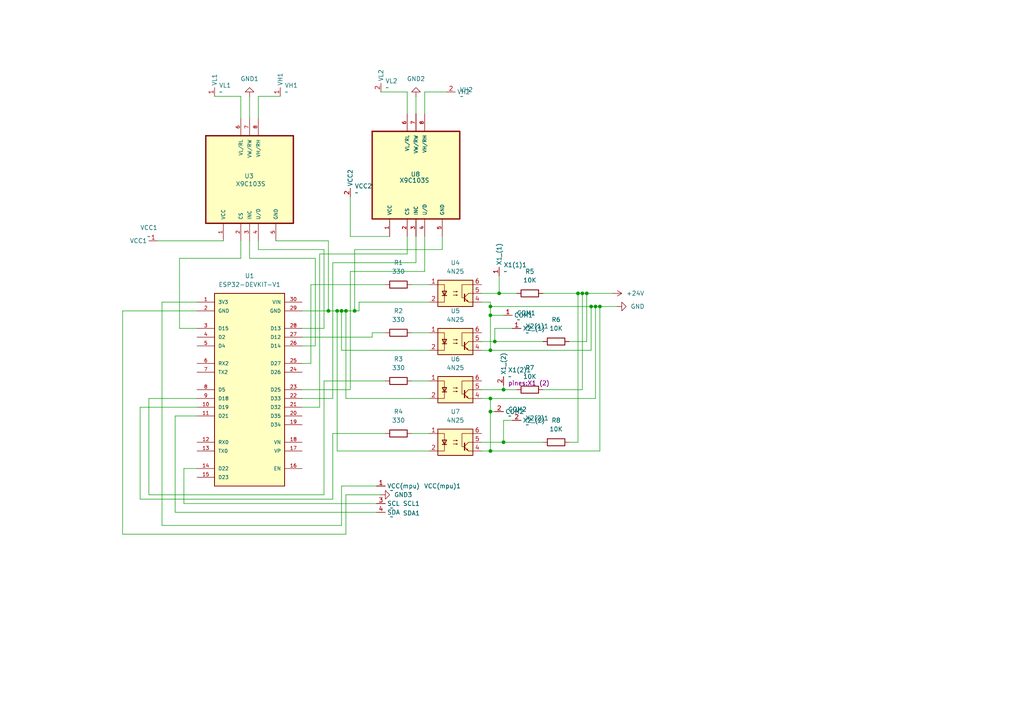
<source format=kicad_sch>
(kicad_sch (version 20231120) (generator "eeschema") (generator_version "8.0")
  (paper "A4")
  (lib_symbols
    (symbol "Device:R" (pin_numbers hide) (pin_names (offset 0))
      (property "Reference" "R" (at 2.032 0 90))
      (property "Value" "R" (at 0 0 90))
      (symbol "R_0_1"
        (rectangle (start -1.016 -2.54) (end 1.016 2.54) (stroke (width 0.254)))
      )
      (symbol "R_1_1"
        (pin passive line (at 0 3.81 270) (length 1.27) (name "~") (number "1"))
        (pin passive line (at 0 -3.81 90) (length 1.27) (name "~") (number "2"))
      )
    )
    (symbol "ESP32-DEVKIT-V1:ESP32-DEVKIT-V1" (pin_names (offset 1.016))
      (property "Reference" "U" (at -10.16 30.48 0))
      (property "Value" "ESP32-DEVKIT-V1" (at -10.16 -30.48 0))
      (symbol "ESP32-DEVKIT-V1_0_0"
        (rectangle (start -10.16 -27.94) (end 10.16 27.94) (stroke (width 0.254)) (fill (type background)))
        (pin output line (at -15.24 25.4 0) (length 5.08) (name "3V3") (number "1"))
        (pin bidirectional line (at -15.24 -5.08 0) (length 5.08) (name "D19") (number "10"))
        (pin bidirectional line (at -15.24 -7.62 0) (length 5.08) (name "D21") (number "11"))
        (pin input line (at -15.24 -15.24 0) (length 5.08) (name "RX0") (number "12"))
        (pin output line (at -15.24 -17.78 0) (length 5.08) (name "TX0") (number "13"))
        (pin bidirectional line (at -15.24 -22.86 0) (length 5.08) (name "D22") (number "14"))
        (pin bidirectional line (at -15.24 -25.4 0) (length 5.08) (name "D23") (number "15"))
        (pin input line (at 15.24 -22.86 180) (length 5.08) (name "EN") (number "16"))
        (pin bidirectional line (at 15.24 -17.78 180) (length 5.08) (name "VP") (number "17"))
        (pin bidirectional line (at 15.24 -15.24 180) (length 5.08) (name "VN") (number "18"))
        (pin bidirectional line (at 15.24 -10.16 180) (length 5.08) (name "D34") (number "19"))
        (pin power_in line (at -15.24 22.86 0) (length 5.08) (name "GND") (number "2"))
        (pin bidirectional line (at 15.24 -7.62 180) (length 5.08) (name "D35") (number "20"))
        (pin bidirectional line (at 15.24 -5.08 180) (length 5.08) (name "D32") (number "21"))
        (pin bidirectional line (at 15.24 -2.54 180) (length 5.08) (name "D33") (number "22"))
        (pin bidirectional line (at 15.24 0 180) (length 5.08) (name "D25") (number "23"))
        (pin bidirectional line (at 15.24 5.08 180) (length 5.08) (name "D26") (number "24"))
        (pin bidirectional line (at 15.24 7.62 180) (length 5.08) (name "D27") (number "25"))
        (pin bidirectional line (at 15.24 12.7 180) (length 5.08) (name "D14") (number "26"))
        (pin bidirectional line (at 15.24 15.24 180) (length 5.08) (name "D12") (number "27"))
        (pin bidirectional line (at 15.24 17.78 180) (length 5.08) (name "D13") (number "28"))
        (pin power_in line (at 15.24 22.86 180) (length 5.08) (name "GND") (number "29"))
        (pin bidirectional line (at -15.24 17.78 0) (length 5.08) (name "D15") (number "3"))
        (pin input line (at 15.24 25.4 180) (length 5.08) (name "VIN") (number "30"))
        (pin bidirectional line (at -15.24 15.24 0) (length 5.08) (name "D2") (number "4"))
        (pin bidirectional line (at -15.24 12.7 0) (length 5.08) (name "D4") (number "5"))
        (pin input line (at -15.24 7.62 0) (length 5.08) (name "RX2") (number "6"))
        (pin output line (at -15.24 5.08 0) (length 5.08) (name "TX2") (number "7"))
        (pin bidirectional line (at -15.24 0 0) (length 5.08) (name "D5") (number "8"))
        (pin bidirectional line (at -15.24 -2.54 0) (length 5.08) (name "D18") (number "9"))
      )
    )
    (symbol "Isolator:4N25" (pin_names (offset 1.016))
      (property "Reference" "U" (at -5.08 5.08 0))
      (property "Value" "4N25" (at 0 5.08 0))
      (symbol "4N25_0_1"
        (rectangle (start -5.08 3.81) (end 5.08 -3.81) (stroke (width 0.254)) (fill (type background)))
        (polyline (pts (xy -3.81 -0.635) (xy -2.54 -0.635)) (stroke (width 0.254)))
        (polyline (pts (xy 2.667 -1.397) (xy 3.81 -2.54)))
        (polyline (pts (xy 2.667 -1.143) (xy 3.81 0)))
        (polyline (pts (xy 3.81 -2.54) (xy 5.08 -2.54)))
        (polyline (pts (xy 3.81 0) (xy 5.08 0)))
        (polyline (pts (xy 2.667 -0.254) (xy 2.667 -2.286) (xy 2.667 -2.286)) (stroke (width 0.3556)))
        (polyline (pts (xy -5.08 -2.54) (xy -3.175 -2.54) (xy -3.175 2.54) (xy -5.08 2.54)))
        (polyline (pts (xy -3.175 -0.635) (xy -3.81 0.635) (xy -2.54 0.635) (xy -3.175 -0.635)) (stroke (width 0.254)))
        (polyline (pts (xy 3.683 -2.413) (xy 3.429 -1.905) (xy 3.175 -2.159) (xy 3.683 -2.413)))
        (polyline (pts (xy 5.08 2.54) (xy 1.905 2.54) (xy 1.905 -1.27) (xy 2.54 -1.27)))
        (polyline (pts (xy -0.635 -0.508) (xy 0.635 -0.508) (xy 0.254 -0.635) (xy 0.254 -0.381) (xy 0.635 -0.508)))
        (polyline (pts (xy -0.635 0.508) (xy 0.635 0.508) (xy 0.254 0.381) (xy 0.254 0.635) (xy 0.635 0.508)))
      )
      (symbol "4N25_1_1"
        (pin passive line (at -7.62 2.54 0) (length 2.54) (name "~") (number "1"))
        (pin passive line (at -7.62 -2.54 0) (length 2.54) (name "~") (number "2"))
        (pin no_connect line (at -5.08 0 0) (length 2.54) hide (name "NC") (number "3"))
        (pin passive line (at 7.62 -2.54 180) (length 2.54) (name "~") (number "4"))
        (pin passive line (at 7.62 0 180) (length 2.54) (name "~") (number "5"))
        (pin passive line (at 7.62 2.54 180) (length 2.54) (name "~") (number "6"))
      )
    )
    (symbol "X9C103S:X9C103S" (pin_names (offset 1.016))
      (property "Reference" "U" (at -4.572 8.382 0))
      (property "Value" "X9C103S" (at -4.4317 -20.4775 0))
      (symbol "X9C103S_0_0"
        (rectangle (start -12.7 -15.24) (end 12.7 10.16) (stroke (width 0.4064)) (fill (type background)))
      )
      (symbol "X9C103S_1_0"
        (pin power_in line (at -17.78 5.08 0) (length 5.08) (name "VCC") (number "1"))
        (pin input line (at -17.78 0 0) (length 5.08) (name "CS") (number "2"))
        (pin input line (at -17.78 -2.54 0) (length 5.08) (name "INC") (number "3"))
        (pin input line (at -17.78 -5.08 0) (length 5.08) (name "U/D") (number "4"))
        (pin power_in line (at -17.78 -10.16 0) (length 5.08) (name "GND") (number "5"))
        (pin passive line (at 17.78 0 180) (length 5.08) (name "VL/RL") (number "6"))
        (pin passive line (at 17.78 -2.54 180) (length 5.08) (name "VW/RW") (number "7"))
        (pin passive line (at 17.78 -5.08 180) (length 5.08) (name "VH/RH") (number "8"))
      )
    )
    (symbol "X9C103S_1" (pin_names (offset 1.016))
      (property "Reference" "U" (at -4.572 8.382 0))
      (property "Value" "X9C103S" (at -4.4317 -20.4775 0))
      (symbol "X9C103S_1_0_0"
        (rectangle (start -12.7 -15.24) (end 12.7 10.16) (stroke (width 0.4064)) (fill (type background)))
      )
      (symbol "X9C103S_1_1_0"
        (pin power_in line (at -17.78 5.08 0) (length 5.08) (name "VCC") (number "1"))
        (pin input line (at -17.78 0 0) (length 5.08) (name "CS") (number "2"))
        (pin input line (at -17.78 -2.54 0) (length 5.08) (name "INC") (number "3"))
        (pin input line (at -17.78 -5.08 0) (length 5.08) (name "U/D") (number "4"))
        (pin power_in line (at -17.78 -10.16 0) (length 5.08) (name "GND") (number "5"))
        (pin passive line (at 17.78 0 180) (length 5.08) (name "VL/RL") (number "6"))
        (pin passive line (at 17.78 -2.54 180) (length 5.08) (name "VW/RW") (number "7"))
        (pin passive line (at 17.78 -5.08 180) (length 5.08) (name "VH/RH") (number "8"))
      )
    )
    (symbol "pines:COM1"
      (property "Reference" "COM1" (at 0 0 0))
      (symbol "COM1_1_1"
        (pin input line (at -1.27 -2.54 0) (length 2.54) (name "COM1") (number "1"))
      )
    )
    (symbol "pines:COM2"
      (property "Reference" "COM2" (at 0 0 0))
      (symbol "COM2_1_1"
        (pin input line (at -1.27 -2.54 0) (length 2.54) (name "COM2") (number "2"))
      )
    )
    (symbol "pines:SCL"
      (property "Reference" "SCL" (at 0 0 0))
      (symbol "SCL_1_1"
        (pin input line (at 0 -2.54 0) (length 2.54) (name "SCL") (number "3"))
      )
    )
    (symbol "pines:SDA"
      (property "Reference" "SDA" (at 0 0.762 0))
      (symbol "SDA_1_1"
        (pin input line (at -1.27 -1.27 0) (length 2.54) (name "SDA") (number "4"))
      )
    )
    (symbol "pines:VCC1"
      (property "Reference" "VCC1" (at 0 0 0))
      (symbol "VCC1_1_1"
        (pin input line (at -1.27 -2.54 0) (length 2.54) (name "VCC1") (number "1"))
      )
    )
    (symbol "pines:VCC2"
      (property "Reference" "VCC2" (at 0 0 0))
      (symbol "VCC2_1_1"
        (pin input line (at -1.27 -2.54 0) (length 2.54) (name "VCC2") (number "2"))
      )
    )
    (symbol "pines:VH1"
      (property "Reference" "VH1" (at 0 0 0))
      (symbol "VH1_1_1"
        (pin input line (at -1.27 -2.54 0) (length 2.54) (name "VH1") (number "1"))
      )
    )
    (symbol "pines:VH2"
      (property "Reference" "VH2" (at 0 0 0))
      (symbol "VH2_1_1"
        (pin input line (at -1.27 -2.54 0) (length 2.54) (name "VH2") (number "2"))
      )
    )
    (symbol "pines:VL1"
      (property "Reference" "VL1" (at 0 0 0))
      (symbol "VL1_1_1"
        (pin input line (at -1.27 -2.54 0) (length 2.54) (name "VL1") (number "1"))
      )
    )
    (symbol "pines:VL2"
      (property "Reference" "VL2" (at 0 0 0))
      (symbol "VL2_1_1"
        (pin input line (at -1.27 -2.54 0) (length 2.54) (name "VL2") (number "2"))
      )
    )
    (symbol "pines:X1_(1)"
      (property "Reference" "X1(1)" (at 0 0 0))
      (symbol "X1_(1)_1_1"
        (pin input line (at -1.27 -2.54 0) (length 2.54) (name "X1_(1)") (number "1"))
      )
    )
    (symbol "pines:X1_(2)"
      (property "Reference" "X1(2)" (at 0 0 0))
      (property "Footprint" "pines:X1 (2)" (at 0 0 0))
      (symbol "X1_(2)_1_1"
        (pin input line (at -1.27 -2.54 0) (length 2.54) (name "X1_(2)") (number "2"))
      )
    )
    (symbol "pines:X2_(1)"
      (property "Reference" "X2(1)" (at 0 0 0))
      (symbol "X2_(1)_1_1"
        (pin input line (at -1.27 -2.54 0) (length 2.54) (name "X2_(1)") (number "1"))
      )
    )
    (symbol "pines:X2_(2)"
      (property "Reference" "X2(2)" (at 0 0 0))
      (symbol "X2_(2)_1_1"
        (pin input line (at -1.27 -2.54 0) (length 2.54) (name "X2_(2)") (number "2"))
      )
    )
    (symbol "pines:vcc_(mpu)"
      (property "Reference" "VCC(mpu)" (at 0 0 0))
      (symbol "vcc_(mpu)_1_1"
        (pin input line (at -1.27 -2.54 0) (length 2.54) (name "VCC(mpu)") (number "1"))
      )
    )
    (symbol "power:+24V" (power) (pin_numbers hide) (pin_names (offset 0) hide)
      (property "Value" "+24V" (at 0 3.556 0))
      (symbol "+24V_0_1"
        (polyline (pts (xy -0.762 1.27) (xy 0 2.54)))
        (polyline (pts (xy 0 0) (xy 0 2.54)))
        (polyline (pts (xy 0 2.54) (xy 0.762 1.27)))
      )
      (symbol "+24V_1_1"
        (pin power_in line (at 0 0 90) (length 0) (name "~") (number "1"))
      )
    )
    (symbol "power:GND" (power) (pin_numbers hide) (pin_names (offset 0) hide)
      (property "Value" "GND" (at 0 -3.81 0))
      (symbol "GND_0_1"
        (polyline (pts (xy 0 0) (xy 0 -1.27) (xy 1.27 -1.27) (xy 0 -2.54) (xy -1.27 -1.27) (xy 0 -1.27)))
      )
      (symbol "GND_1_1"
        (pin power_in line (at 0 0 270) (length 0) (name "~") (number "1"))
      )
    )
    (symbol "power:GND1" (power) (pin_numbers hide) (pin_names (offset 0) hide)
      (property "Value" "GND1" (at 0 -3.81 0))
      (symbol "GND1_0_1"
        (polyline (pts (xy 0 0) (xy 0 -1.27) (xy 1.27 -1.27) (xy 0 -2.54) (xy -1.27 -1.27) (xy 0 -1.27)))
      )
      (symbol "GND1_1_1"
        (pin power_in line (at 0 0 270) (length 0) (name "~") (number "1"))
      )
    )
    (symbol "power:GND2" (power) (pin_numbers hide) (pin_names (offset 0) hide)
      (property "Value" "GND2" (at 0 -3.81 0))
      (symbol "GND2_0_1"
        (polyline (pts (xy 0 0) (xy 0 -1.27) (xy 1.27 -1.27) (xy 0 -2.54) (xy -1.27 -1.27) (xy 0 -1.27)))
      )
      (symbol "GND2_1_1"
        (pin power_in line (at 0 0 270) (length 0) (name "~") (number "1"))
      )
    )
    (symbol "power:GND3" (power) (pin_numbers hide) (pin_names (offset 0) hide)
      (property "Value" "GND3" (at 0 -3.81 0))
      (symbol "GND3_0_1"
        (polyline (pts (xy 0 0) (xy 0 -1.27) (xy 1.27 -1.27) (xy 0 -2.54) (xy -1.27 -1.27) (xy 0 -1.27)))
      )
      (symbol "GND3_1_1"
        (pin power_in line (at 0 0 270) (length 0) (name "~") (number "1"))
      )
    )
  )
  (junction (at 97.79 90.17))
  (junction (at 95.25 90.17))
  (junction (at 142.24 119.38))
  (junction (at 144.78 85.09))
  (junction (at 168.91 85.09))
  (junction (at 100.33 90.17))
  (junction (at 171.45 88.9))
  (junction (at 142.24 101.6))
  (junction (at 142.24 115.57))
  (junction (at 142.24 91.44))
  (junction (at 146.05 113.03))
  (junction (at 173.99 88.9))
  (junction (at 99.06 90.17))
  (junction (at 167.64 85.09))
  (junction (at 102.87 90.17))
  (junction (at 142.24 88.9))
  (junction (at 170.18 85.09))
  (junction (at 146.05 128.27))
  (junction (at 172.72 88.9))
  (junction (at 142.24 130.81))
  (junction (at 143.51 99.06))
  (wire (pts (xy 57.15 135.89) (xy 53.34 135.89)))
  (wire (pts (xy 40.64 144.78) (xy 40.64 118.11)))
  (wire (pts (xy 172.72 115.57) (xy 172.72 88.9)))
  (wire (pts (xy 69.85 34.29) (xy 69.85 27.94)))
  (wire (pts (xy 53.34 146.05) (xy 109.22 146.05)))
  (wire (pts (xy 142.24 88.9) (xy 142.24 91.44)))
  (wire (pts (xy 139.7 87.63) (xy 142.24 87.63)))
  (wire (pts (xy 35.56 154.94) (xy 100.33 154.94)))
  (wire (pts (xy 107.95 96.52) (xy 111.76 96.52)))
  (wire (pts (xy 52.07 95.25) (xy 52.07 74.93)))
  (wire (pts (xy 87.63 97.79) (xy 107.95 97.79)))
  (wire (pts (xy 172.72 88.9) (xy 173.99 88.9)))
  (wire (pts (xy 100.33 143.51) (xy 100.33 154.94)))
  (wire (pts (xy 93.98 110.49) (xy 93.98 143.51)))
  (wire (pts (xy 100.33 115.57) (xy 100.33 90.17)))
  (wire (pts (xy 93.98 143.51) (xy 43.18 143.51)))
  (wire (pts (xy 96.52 76.2) (xy 120.65 76.2)))
  (wire (pts (xy 104.14 87.63) (xy 124.46 87.63)))
  (wire (pts (xy 170.18 99.06) (xy 170.18 85.09)))
  (wire (pts (xy 107.95 97.79) (xy 107.95 96.52)))
  (wire (pts (xy 139.7 101.6) (xy 142.24 101.6)))
  (wire (pts (xy 52.07 74.93) (xy 69.85 74.93)))
  (wire (pts (xy 113.03 68.58) (xy 101.6 68.58)))
  (wire (pts (xy 168.91 113.03) (xy 168.91 85.09)))
  (wire (pts (xy 101.6 113.03) (xy 101.6 78.74)))
  (wire (pts (xy 87.63 95.25) (xy 93.98 95.25)))
  (wire (pts (xy 173.99 88.9) (xy 179.07 88.9)))
  (wire (pts (xy 173.99 88.9) (xy 173.99 130.81)))
  (wire (pts (xy 146.05 113.03) (xy 146.05 111.76)))
  (wire (pts (xy 101.6 78.74) (xy 123.19 78.74)))
  (wire (pts (xy 87.63 115.57) (xy 96.52 115.57)))
  (wire (pts (xy 35.56 154.94) (xy 35.56 90.17)))
  (wire (pts (xy 92.71 118.11) (xy 92.71 73.66)))
  (wire (pts (xy 157.48 85.09) (xy 167.64 85.09)))
  (wire (pts (xy 40.64 118.11) (xy 57.15 118.11)))
  (wire (pts (xy 128.27 68.58) (xy 128.27 72.39)))
  (wire (pts (xy 119.38 125.73) (xy 124.46 125.73)))
  (wire (pts (xy 102.87 90.17) (xy 104.14 90.17)))
  (wire (pts (xy 92.71 73.66) (xy 118.11 73.66)))
  (wire (pts (xy 146.05 121.92) (xy 148.59 121.92)))
  (wire (pts (xy 109.22 140.97) (xy 99.06 140.97)))
  (wire (pts (xy 87.63 113.03) (xy 101.6 113.03)))
  (wire (pts (xy 46.99 87.63) (xy 57.15 87.63)))
  (wire (pts (xy 74.93 69.85) (xy 74.93 72.39)))
  (wire (pts (xy 96.52 125.73) (xy 96.52 144.78)))
  (wire (pts (xy 142.24 115.57) (xy 142.24 119.38)))
  (wire (pts (xy 111.76 110.49) (xy 93.98 110.49)))
  (wire (pts (xy 165.1 99.06) (xy 170.18 99.06)))
  (wire (pts (xy 123.19 33.02) (xy 123.19 26.67)))
  (wire (pts (xy 91.44 100.33) (xy 91.44 74.93)))
  (wire (pts (xy 123.19 26.67) (xy 129.54 26.67)))
  (wire (pts (xy 144.78 85.09) (xy 144.78 80.01)))
  (wire (pts (xy 142.24 119.38) (xy 143.51 119.38)))
  (wire (pts (xy 142.24 87.63) (xy 142.24 88.9)))
  (wire (pts (xy 87.63 100.33) (xy 91.44 100.33)))
  (wire (pts (xy 142.24 91.44) (xy 146.05 91.44)))
  (wire (pts (xy 143.51 99.06) (xy 157.48 99.06)))
  (wire (pts (xy 171.45 88.9) (xy 171.45 101.6)))
  (wire (pts (xy 50.8 120.65) (xy 50.8 148.59)))
  (wire (pts (xy 45.72 69.85) (xy 64.77 69.85)))
  (wire (pts (xy 69.85 27.94) (xy 62.23 27.94)))
  (wire (pts (xy 96.52 115.57) (xy 96.52 76.2)))
  (wire (pts (xy 146.05 128.27) (xy 146.05 121.92)))
  (wire (pts (xy 111.76 125.73) (xy 96.52 125.73)))
  (wire (pts (xy 46.99 152.4) (xy 46.99 87.63)))
  (wire (pts (xy 87.63 90.17) (xy 95.25 90.17)))
  (wire (pts (xy 146.05 128.27) (xy 157.48 128.27)))
  (wire (pts (xy 142.24 88.9) (xy 171.45 88.9)))
  (wire (pts (xy 93.98 72.39) (xy 74.93 72.39)))
  (wire (pts (xy 96.52 144.78) (xy 40.64 144.78)))
  (wire (pts (xy 50.8 148.59) (xy 109.22 148.59)))
  (wire (pts (xy 119.38 96.52) (xy 124.46 96.52)))
  (wire (pts (xy 99.06 90.17) (xy 100.33 90.17)))
  (wire (pts (xy 170.18 85.09) (xy 177.8 85.09)))
  (wire (pts (xy 95.25 90.17) (xy 97.79 90.17)))
  (wire (pts (xy 95.25 69.85) (xy 95.25 90.17)))
  (wire (pts (xy 124.46 101.6) (xy 99.06 101.6)))
  (wire (pts (xy 69.85 74.93) (xy 69.85 69.85)))
  (wire (pts (xy 57.15 95.25) (xy 52.07 95.25)))
  (wire (pts (xy 139.7 85.09) (xy 144.78 85.09)))
  (wire (pts (xy 171.45 88.9) (xy 172.72 88.9)))
  (wire (pts (xy 119.38 82.55) (xy 124.46 82.55)))
  (wire (pts (xy 139.7 113.03) (xy 146.05 113.03)))
  (wire (pts (xy 91.44 74.93) (xy 72.39 74.93)))
  (wire (pts (xy 165.1 128.27) (xy 167.64 128.27)))
  (wire (pts (xy 43.18 143.51) (xy 43.18 115.57)))
  (wire (pts (xy 139.7 128.27) (xy 146.05 128.27)))
  (wire (pts (xy 100.33 90.17) (xy 102.87 90.17)))
  (wire (pts (xy 43.18 115.57) (xy 57.15 115.57)))
  (wire (pts (xy 118.11 33.02) (xy 118.11 26.67)))
  (wire (pts (xy 93.98 95.25) (xy 93.98 72.39)))
  (wire (pts (xy 119.38 110.49) (xy 124.46 110.49)))
  (wire (pts (xy 90.17 105.41) (xy 87.63 105.41)))
  (wire (pts (xy 97.79 130.81) (xy 97.79 90.17)))
  (wire (pts (xy 168.91 85.09) (xy 170.18 85.09)))
  (wire (pts (xy 57.15 120.65) (xy 50.8 120.65)))
  (wire (pts (xy 80.01 69.85) (xy 95.25 69.85)))
  (wire (pts (xy 72.39 27.94) (xy 72.39 34.29)))
  (wire (pts (xy 87.63 118.11) (xy 92.71 118.11)))
  (wire (pts (xy 144.78 85.09) (xy 149.86 85.09)))
  (wire (pts (xy 142.24 115.57) (xy 172.72 115.57)))
  (wire (pts (xy 167.64 128.27) (xy 167.64 85.09)))
  (wire (pts (xy 139.7 115.57) (xy 142.24 115.57)))
  (wire (pts (xy 157.48 113.03) (xy 168.91 113.03)))
  (wire (pts (xy 118.11 73.66) (xy 118.11 68.58)))
  (wire (pts (xy 101.6 68.58) (xy 101.6 57.15)))
  (wire (pts (xy 142.24 91.44) (xy 142.24 101.6)))
  (wire (pts (xy 128.27 72.39) (xy 102.87 72.39)))
  (wire (pts (xy 143.51 99.06) (xy 143.51 95.25)))
  (wire (pts (xy 142.24 130.81) (xy 173.99 130.81)))
  (wire (pts (xy 142.24 101.6) (xy 171.45 101.6)))
  (wire (pts (xy 139.7 99.06) (xy 143.51 99.06)))
  (wire (pts (xy 124.46 130.81) (xy 97.79 130.81)))
  (wire (pts (xy 72.39 74.93) (xy 72.39 69.85)))
  (wire (pts (xy 111.76 82.55) (xy 90.17 82.55)))
  (wire (pts (xy 123.19 78.74) (xy 123.19 68.58)))
  (wire (pts (xy 99.06 140.97) (xy 99.06 152.4)))
  (wire (pts (xy 100.33 143.51) (xy 110.49 143.51)))
  (wire (pts (xy 139.7 130.81) (xy 142.24 130.81)))
  (wire (pts (xy 102.87 72.39) (xy 102.87 90.17)))
  (wire (pts (xy 46.99 152.4) (xy 99.06 152.4)))
  (wire (pts (xy 53.34 135.89) (xy 53.34 146.05)))
  (wire (pts (xy 74.93 34.29) (xy 74.93 27.94)))
  (wire (pts (xy 120.65 27.94) (xy 120.65 33.02)))
  (wire (pts (xy 120.65 76.2) (xy 120.65 68.58)))
  (wire (pts (xy 74.93 27.94) (xy 81.28 27.94)))
  (wire (pts (xy 142.24 119.38) (xy 142.24 130.81)))
  (wire (pts (xy 124.46 115.57) (xy 100.33 115.57)))
  (wire (pts (xy 104.14 90.17) (xy 104.14 87.63)))
  (wire (pts (xy 167.64 85.09) (xy 168.91 85.09)))
  (wire (pts (xy 118.11 26.67) (xy 110.49 26.67)))
  (wire (pts (xy 146.05 113.03) (xy 149.86 113.03)))
  (wire (pts (xy 97.79 90.17) (xy 99.06 90.17)))
  (wire (pts (xy 143.51 95.25) (xy 148.59 95.25)))
  (wire (pts (xy 35.56 90.17) (xy 57.15 90.17)))
  (wire (pts (xy 90.17 82.55) (xy 90.17 105.41)))
  (wire (pts (xy 99.06 90.17) (xy 99.06 101.6)))
  (symbol (lib_id "pines:VL2") (at 107.95 25.4 90) (unit 1)
    (property "Reference" "VL2" (at 111.76 23.4949 90) (effects (justify right)))
    (property "Value" "~" (at 111.76 25.4 90) (effects (justify right)))
    (property "Footprint" "pines:VL2" (effects (hide yes)))
  )
  (symbol (lib_id "pines:X1_(1)") (at 142.24 78.74 90) (unit 1)
    (property "Reference" "X1(1)1" (at 146.05 76.8349 90) (effects (justify right)))
    (property "Value" "~" (at 146.05 78.74 90) (effects (justify right)))
    (property "Footprint" "pines:X1 (1)" (effects (hide yes)))
  )
  (symbol (lib_id "pines:X2_(2)") (at 149.86 119.38 0) (unit 1)
    (property "Reference" "X2(2)1" (at 152.4 121.2849 0) (effects (justify left)))
    (property "Value" "~" (at 152.4 123.19 0) (effects (justify left)))
    (property "Footprint" "pines:X2 (2)" (effects (hide yes)))
  )
  (symbol (lib_id "power:+24V") (at 177.8 85.09 270) (unit 1)
    (property "Reference" "#PWR03" (effects (hide yes)))
    (property "Value" "+24V" (at 181.61 85.0899 90) (effects (justify left)))
    (property "Description" "Power symbol creates a global label with name \"+24V\"" (effects (hide yes)))
  )
  (symbol (lib_id "pines:VH2") (at 130.81 24.13 0) (unit 1)
    (property "Reference" "VH2" (at 133.35 26.0349 0) (effects (justify left)))
    (property "Value" "~" (at 133.35 27.94 0) (effects (justify left)))
    (property "Footprint" "pines:VH2" (effects (hide yes)))
  )
  (symbol (lib_id "Device:R") (at 153.67 85.09 90) (unit 1)
    (property "Reference" "R5" (at 153.67 78.74 90))
    (property "Value" "10K" (at 153.67 81.28 90))
    (property "Footprint" "Resistor_THT:R_Axial_DIN0309_L9.0mm_D3.2mm_P12.70mm_Horizontal" (effects (hide yes)))
    (property "Description" "Resistor" (effects (hide yes)))
  )
  (symbol (lib_id "Device:R") (at 115.57 110.49 90) (unit 1)
    (property "Reference" "R3" (at 115.57 104.14 90))
    (property "Value" "330" (at 115.57 106.68 90))
    (property "Footprint" "Resistor_THT:R_Axial_DIN0309_L9.0mm_D3.2mm_P12.70mm_Horizontal" (effects (hide yes)))
    (property "Description" "Resistor" (effects (hide yes)))
  )
  (symbol (lib_id "Isolator:4N25") (at 132.08 113.03 0) (unit 1)
    (property "Reference" "U6" (at 132.08 104.14 0))
    (property "Value" "4N25" (at 132.08 106.68 0))
    (property "Footprint" "Package_DIP:DIP-6_W7.62mm" (effects (hide yes)))
    (property "Datasheet" "https://www.vishay.com/docs/83725/4n25.pdf" (effects (hide yes)))
    (property "Description" "DC Optocoupler Base Connected, Vce 30V, CTR 20%, Viso 2500V, DIP6" (effects (hide yes)))
  )
  (symbol (lib_id "pines:COM1") (at 147.32 88.9 0) (unit 1)
    (property "Reference" "COM1" (at 149.86 90.8049 0) (effects (justify left)))
    (property "Value" "~" (at 149.86 92.71 0) (effects (justify left)))
    (property "Footprint" "pines:COM1" (effects (hide yes)))
  )
  (symbol (lib_id "pines:VCC1") (at 44.45 72.39 180) (unit 1)
    (property "Reference" "VCC1" (at 43.18 66.04 0))
    (property "Value" "~" (at 43.18 68.58 0))
    (property "Footprint" "pines:VCC1" (effects (hide yes)))
  )
  (symbol (lib_id "power:GND1") (at 72.39 27.94 180) (unit 1)
    (property "Reference" "#PWR01" (effects (hide yes)))
    (property "Value" "GND1" (at 72.39 22.86 0))
    (property "Description" "Power symbol creates a global label with name \"GND1\" , ground" (effects (hide yes)))
  )
  (symbol (lib_id "Device:R") (at 161.29 128.27 90) (unit 1)
    (property "Reference" "R8" (at 161.29 121.92 90))
    (property "Value" "10K" (at 161.29 124.46 90))
    (property "Footprint" "Resistor_THT:R_Axial_DIN0309_L9.0mm_D3.2mm_P12.70mm_Horizontal" (effects (hide yes)))
    (property "Description" "Resistor" (effects (hide yes)))
  )
  (symbol (lib_id "Device:R") (at 161.29 99.06 90) (unit 1)
    (property "Reference" "R6" (at 161.29 92.71 90))
    (property "Value" "10K" (at 161.29 95.25 90))
    (property "Footprint" "Resistor_THT:R_Axial_DIN0309_L9.0mm_D3.2mm_P12.70mm_Horizontal" (effects (hide yes)))
    (property "Description" "Resistor" (effects (hide yes)))
  )
  (symbol (lib_id "Device:R") (at 153.67 113.03 90) (unit 1)
    (property "Reference" "R7" (at 153.67 106.68 90))
    (property "Value" "10K" (at 153.67 109.22 90))
    (property "Footprint" "Resistor_THT:R_Axial_DIN0309_L9.0mm_D3.2mm_P12.70mm_Horizontal" (effects (hide yes)))
    (property "Description" "Resistor" (effects (hide yes)))
  )
  (symbol (lib_id "pines:COM2") (at 144.78 116.84 0) (unit 1)
    (property "Reference" "COM2" (at 147.32 118.7449 0) (effects (justify left)))
    (property "Value" "~" (at 147.32 120.65 0) (effects (justify left)))
    (property "Footprint" "pines:COM2" (effects (hide yes)))
  )
  (symbol (lib_id "X9C103S:X9C103S") (at 118.11 50.8 90) (unit 1)
    (property "Reference" "U8" (at 119.126 50.546 90) (effects (justify right)))
    (property "Value" "X9C103S" (at 115.824 52.324 90) (effects (justify right)))
    (property "Footprint" "potenciometro x9c103s:Potenciometro X9C103S" (effects (hide yes)))
    (property "MF" "Renesas Electronics" (effects (hide yes)))
    (property "Description_1" "\n                        \n                            Digital Potentiometer 10k Ohm 1 Circuit 100 Taps Up/Down (U/D, INC, CS) Interface 8-SOIC\n                        \n" (effects (hide yes)))
    (property "PACKAGE" "SOIC-8" (effects (hide yes)))
    (property "MPN" "X9C103S" (effects (hide yes)))
    (property "Price" "None" (effects (hide yes)))
    (property "Package" "SOIC-8 Intersil" (effects (hide yes)))
    (property "OC_FARNELL" "1131420" (effects (hide yes)))
    (property "SnapEDA_Link" "https://www.snapeda.com/parts/X9C103S/Renesas+Electronics+America+Inc./view-part/?ref=snap" (effects (hide yes)))
    (property "MP" "X9C103S" (effects (hide yes)))
    (property "SUPPLIER" "Intersil" (effects (hide yes)))
    (property "OC_NEWARK" "79K8953" (effects (hide yes)))
    (property "Availability" "In Stock" (effects (hide yes)))
    (property "Check_prices" "https://www.snapeda.com/parts/X9C103S/Renesas+Electronics+America+Inc./view-part/?ref=eda" (effects (hide yes)))
  )
  (symbol (lib_id "pines:SCL") (at 109.22 143.51 0) (unit 1)
    (property "Reference" "SCL1" (at 116.84 146.05 0) (effects (justify left)))
    (property "Value" "~" (at 113.03 147.32 0) (effects (justify left)))
    (property "Footprint" "pines:SCL" (effects (hide yes)))
  )
  (symbol (lib_name "X9C103S_1") (lib_id "X9C103S:X9C103S") (at 69.85 52.07 90) (unit 1)
    (property "Reference" "U3" (at 70.866 51.054 90) (effects (justify right)))
    (property "Value" "X9C103S" (at 68.326 53.34 90) (effects (justify right)))
    (property "Footprint" "potenciometro x9c103s:Potenciometro X9C103S" (effects (hide yes)))
    (property "MF" "Renesas Electronics" (effects (hide yes)))
    (property "Description_1" "\n                        \n                            Digital Potentiometer 10k Ohm 1 Circuit 100 Taps Up/Down (U/D, INC, CS) Interface 8-SOIC\n                        \n" (effects (hide yes)))
    (property "PACKAGE" "SOIC-8" (effects (hide yes)))
    (property "MPN" "X9C103S" (effects (hide yes)))
    (property "Price" "None" (effects (hide yes)))
    (property "Package" "SOIC-8 Intersil" (effects (hide yes)))
    (property "OC_FARNELL" "1131420" (effects (hide yes)))
    (property "SnapEDA_Link" "https://www.snapeda.com/parts/X9C103S/Renesas+Electronics+America+Inc./view-part/?ref=snap" (effects (hide yes)))
    (property "MP" "X9C103S" (effects (hide yes)))
    (property "SUPPLIER" "Intersil" (effects (hide yes)))
    (property "OC_NEWARK" "79K8953" (effects (hide yes)))
    (property "Availability" "In Stock" (effects (hide yes)))
    (property "Check_prices" "https://www.snapeda.com/parts/X9C103S/Renesas+Electronics+America+Inc./view-part/?ref=eda" (effects (hide yes)))
  )
  (symbol (lib_id "power:GND2") (at 120.65 27.94 180) (unit 1)
    (property "Reference" "#PWR02" (effects (hide yes)))
    (property "Value" "GND2" (at 120.65 22.86 0))
    (property "Description" "Power symbol creates a global label with name \"GND2\" , ground" (effects (hide yes)))
  )
  (symbol (lib_id "Device:R") (at 115.57 96.52 90) (unit 1)
    (property "Reference" "R2" (at 115.57 90.17 90))
    (property "Value" "330" (at 115.57 92.71 90))
    (property "Footprint" "Resistor_THT:R_Axial_DIN0309_L9.0mm_D3.2mm_P12.70mm_Horizontal" (effects (hide yes)))
    (property "Description" "Resistor" (effects (hide yes)))
  )
  (symbol (lib_id "power:GND3") (at 110.49 143.51 90) (unit 1)
    (property "Reference" "#PWR05" (effects (hide yes)))
    (property "Value" "GND3" (at 114.3 143.5099 90) (effects (justify right)))
    (property "Description" "Power symbol creates a global label with name \"GND3\" , ground" (effects (hide yes)))
  )
  (symbol (lib_id "pines:X1_(2)") (at 143.51 110.49 90) (unit 1)
    (property "Reference" "X1(2)1" (at 147.32 107.3149 90) (effects (justify right)))
    (property "Value" "~" (at 147.32 109.22 90) (effects (justify right)))
    (property "Footprint" "pines:X1 (2)" (at 147.32 111.1249 90) (effects (justify right)))
  )
  (symbol (lib_id "pines:SDA") (at 110.49 147.32 0) (unit 1)
    (property "Reference" "SDA1" (at 116.84 148.844 0) (effects (justify left)))
    (property "Value" "~" (at 113.03 149.86 0) (effects (justify left)))
    (property "Footprint" "pines:SDA" (effects (hide yes)))
  )
  (symbol (lib_id "power:GND") (at 179.07 88.9 90) (unit 1)
    (property "Reference" "#PWR04" (effects (hide yes)))
    (property "Value" "GND" (at 182.88 88.8999 90) (effects (justify right)))
    (property "Description" "Power symbol creates a global label with name \"GND\" , ground" (effects (hide yes)))
  )
  (symbol (lib_id "Isolator:4N25") (at 132.08 128.27 0) (unit 1)
    (property "Reference" "U7" (at 132.08 119.38 0))
    (property "Value" "4N25" (at 132.08 121.92 0))
    (property "Footprint" "Package_DIP:DIP-6_W7.62mm" (effects (hide yes)))
    (property "Datasheet" "https://www.vishay.com/docs/83725/4n25.pdf" (effects (hide yes)))
    (property "Description" "DC Optocoupler Base Connected, Vce 30V, CTR 20%, Viso 2500V, DIP6" (effects (hide yes)))
  )
  (symbol (lib_id "pines:VH1") (at 78.74 26.67 90) (unit 1)
    (property "Reference" "VH1" (at 82.55 24.7649 90) (effects (justify right)))
    (property "Value" "~" (at 82.55 26.67 90) (effects (justify right)))
    (property "Footprint" "pines:VH1" (effects (hide yes)))
  )
  (symbol (lib_id "pines:VCC2") (at 99.06 55.88 90) (unit 1)
    (property "Reference" "VCC2" (at 102.87 53.9749 90) (effects (justify right)))
    (property "Value" "~" (at 102.87 55.88 90) (effects (justify right)))
    (property "Footprint" "pines:VCC2" (effects (hide yes)))
  )
  (symbol (lib_id "pines:vcc_(mpu)") (at 110.49 138.43 0) (unit 1)
    (property "Reference" "VCC(mpu)1" (at 122.936 140.97 0) (effects (justify left)))
    (property "Value" "~" (at 113.03 142.24 0) (effects (justify left)))
    (property "Footprint" "pines:VCC (mpu)" (effects (hide yes)))
  )
  (symbol (lib_id "ESP32-DEVKIT-V1:ESP32-DEVKIT-V1") (at 72.39 113.03 0) (unit 1)
    (property "Reference" "U1" (at 72.39 80.01 0))
    (property "Value" "ESP32-DEVKIT-V1" (at 72.39 82.55 0))
    (property "Footprint" "ESP32-DEVKIT-V1:MODULE_ESP32_DEVKIT_V1" (effects (hide yes)))
    (property "MF" "Do it" (effects (hide yes)))
    (property "MAXIMUM_PACKAGE_HEIGHT" "6.8 mm" (effects (hide yes)))
    (property "Package" "None" (effects (hide yes)))
    (property "Price" "None" (effects (hide yes)))
    (property "Check_prices" "https://www.snapeda.com/parts/ESP32-DEVKIT-V1/Do+it/view-part/?ref=eda" (effects (hide yes)))
    (property "STANDARD" "Manufacturer Recommendations" (effects (hide yes)))
    (property "PARTREV" "N/A" (effects (hide yes)))
    (property "SnapEDA_Link" "https://www.snapeda.com/parts/ESP32-DEVKIT-V1/Do+it/view-part/?ref=snap" (effects (hide yes)))
    (property "MP" "ESP32-DEVKIT-V1" (effects (hide yes)))
    (property "Description_1" "\n                        \n                            Dual core, Wi-Fi: 2.4 GHz up to 150 Mbits/s,BLE (Bluetooth Low Energy) and legacy Bluetooth, 32 bits, Up to 240 MHz\n                        \n" (effects (hide yes)))
    (property "Availability" "Not in stock" (effects (hide yes)))
    (property "MANUFACTURER" "DOIT" (effects (hide yes)))
  )
  (symbol (lib_id "pines:VL1") (at 59.69 26.67 90) (unit 1)
    (property "Reference" "VL1" (at 63.5 24.7649 90) (effects (justify right)))
    (property "Value" "~" (at 63.5 26.67 90) (effects (justify right)))
    (property "Footprint" "pines:VL1" (effects (hide yes)))
  )
  (symbol (lib_id "Isolator:4N25") (at 132.08 99.06 0) (unit 1)
    (property "Reference" "U5" (at 132.08 90.17 0))
    (property "Value" "4N25" (at 132.08 92.71 0))
    (property "Footprint" "Package_DIP:DIP-6_W7.62mm" (effects (hide yes)))
    (property "Datasheet" "https://www.vishay.com/docs/83725/4n25.pdf" (effects (hide yes)))
    (property "Description" "DC Optocoupler Base Connected, Vce 30V, CTR 20%, Viso 2500V, DIP6" (effects (hide yes)))
  )
  (symbol (lib_id "Device:R") (at 115.57 82.55 90) (unit 1)
    (property "Reference" "R1" (at 115.57 76.2 90))
    (property "Value" "330" (at 115.57 78.74 90))
    (property "Footprint" "Resistor_THT:R_Axial_DIN0309_L9.0mm_D3.2mm_P12.70mm_Horizontal" (effects (hide yes)))
    (property "Description" "Resistor" (effects (hide yes)))
  )
  (symbol (lib_id "Isolator:4N25") (at 132.08 85.09 0) (unit 1)
    (property "Reference" "U4" (at 132.08 76.2 0))
    (property "Value" "4N25" (at 132.08 78.74 0))
    (property "Footprint" "Package_DIP:DIP-6_W7.62mm" (effects (hide yes)))
    (property "Datasheet" "https://www.vishay.com/docs/83725/4n25.pdf" (effects (hide yes)))
    (property "Description" "DC Optocoupler Base Connected, Vce 30V, CTR 20%, Viso 2500V, DIP6" (effects (hide yes)))
  )
  (symbol (lib_id "Device:R") (at 115.57 125.73 90) (unit 1)
    (property "Reference" "R4" (at 115.57 119.38 90))
    (property "Value" "330" (at 115.57 121.92 90))
    (property "Footprint" "Resistor_THT:R_Axial_DIN0309_L9.0mm_D3.2mm_P12.70mm_Horizontal" (effects (hide yes)))
    (property "Description" "Resistor" (effects (hide yes)))
  )
  (symbol (lib_id "pines:X2_(1)") (at 149.86 92.71 0) (unit 1)
    (property "Reference" "X2(1)1" (at 152.4 94.6149 0) (effects (justify left)))
    (property "Value" "~" (at 152.4 96.52 0) (effects (justify left)))
    (property "Footprint" "pines:X2 (1)" (effects (hide yes)))
  )
)
</source>
